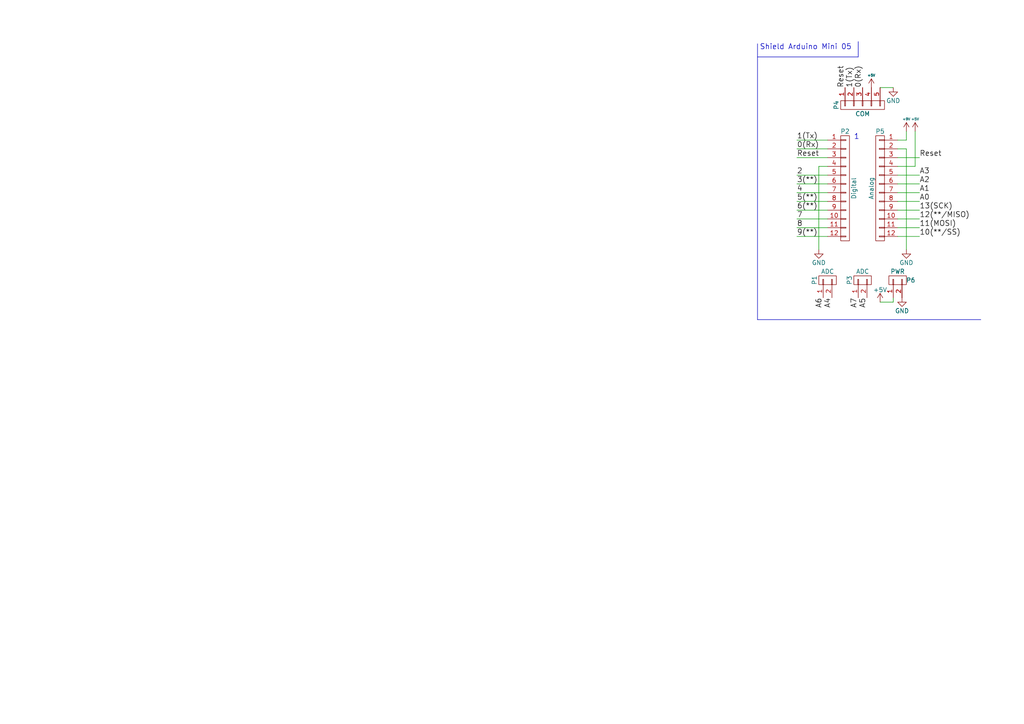
<source format=kicad_sch>
(kicad_sch (version 20230121) (generator eeschema)
  (paper "A4")
  (title_block (date "sam. 04 avril 2015"))
  (lib_symbols
    (symbol "Arduino_Mini-rescue:+5V" (power) (pin_names (offset 0))
      (property "Value" "+5V" (at 0 3.556 0))
      (symbol "+5V_0_1"
        (polyline (pts (xy -0.762 1.27) (xy 0 2.54)))
        (polyline (pts (xy 0 0) (xy 0 2.54)))
        (polyline (pts (xy 0 2.54) (xy 0.762 1.27)))
      )
      (symbol "+5V_1_1"
        (pin power_in line (at 0 0 90) (length 0) hide (name "+5V") (number "1"))
      )
    )
    (symbol "Arduino_Mini-rescue:+9V" (power) (pin_names (offset 0))
      (property "Value" "+9V" (at 0 3.556 0))
      (symbol "+9V_0_1"
        (polyline (pts (xy -0.762 1.27) (xy 0 2.54)))
        (polyline (pts (xy 0 0) (xy 0 2.54)))
        (polyline (pts (xy 0 2.54) (xy 0.762 1.27)))
      )
      (symbol "+9V_1_1"
        (pin power_in line (at 0 0 90) (length 0) hide (name "+9V") (number "1"))
      )
    )
    (symbol "Arduino_Mini-rescue:CONN_01X02" (pin_names (offset 1.016) hide)
      (property "Reference" "P" (at 0 3.81 0))
      (property "Value" "CONN_01X02" (at 2.54 0 90))
      (symbol "CONN_01X02_0_1"
        (rectangle (start -1.27 -1.143) (end 0.254 -1.397))
        (rectangle (start -1.27 1.397) (end 0.254 1.143))
        (rectangle (start -1.27 2.54) (end 1.27 -2.54))
      )
      (symbol "CONN_01X02_1_1"
        (pin passive line (at -5.08 1.27 0) (length 3.81) (name "P1") (number "1"))
        (pin passive line (at -5.08 -1.27 0) (length 3.81) (name "P2") (number "2"))
      )
    )
    (symbol "Arduino_Mini-rescue:CONN_01X05" (pin_names (offset 1.016) hide)
      (property "Reference" "P" (at 0 7.62 0))
      (property "Value" "CONN_01X05" (at 2.54 0 90))
      (symbol "CONN_01X05_0_1"
        (rectangle (start -1.27 -4.953) (end 0.254 -5.207))
        (rectangle (start -1.27 -2.413) (end 0.254 -2.667))
        (rectangle (start -1.27 0.127) (end 0.254 -0.127))
        (rectangle (start -1.27 2.667) (end 0.254 2.413))
        (rectangle (start -1.27 5.207) (end 0.254 4.953))
        (rectangle (start -1.27 6.35) (end 1.27 -6.35))
      )
      (symbol "CONN_01X05_1_1"
        (pin passive line (at -5.08 5.08 0) (length 3.81) (name "P1") (number "1"))
        (pin passive line (at -5.08 2.54 0) (length 3.81) (name "P2") (number "2"))
        (pin passive line (at -5.08 0 0) (length 3.81) (name "P3") (number "3"))
        (pin passive line (at -5.08 -2.54 0) (length 3.81) (name "P4") (number "4"))
        (pin passive line (at -5.08 -5.08 0) (length 3.81) (name "P5") (number "5"))
      )
    )
    (symbol "Arduino_Mini-rescue:CONN_01X12" (pin_names (offset 1.016) hide)
      (property "Reference" "P" (at 0 16.51 0))
      (property "Value" "CONN_01X12" (at 2.54 0 90))
      (symbol "CONN_01X12_0_1"
        (rectangle (start -1.27 -15.24) (end 1.27 15.24))
        (rectangle (start -1.27 -13.843) (end 0.254 -14.097))
        (rectangle (start -1.27 -11.303) (end 0.254 -11.557))
        (rectangle (start -1.27 -8.763) (end 0.254 -9.017))
        (rectangle (start -1.27 -6.223) (end 0.254 -6.477))
        (rectangle (start -1.27 -3.683) (end 0.254 -3.937))
        (rectangle (start -1.27 -1.143) (end 0.254 -1.397))
        (rectangle (start -1.27 1.397) (end 0.254 1.143))
        (rectangle (start -1.27 3.937) (end 0.254 3.683))
        (rectangle (start -1.27 6.477) (end 0.254 6.223))
        (rectangle (start -1.27 9.017) (end 0.254 8.763))
        (rectangle (start -1.27 11.557) (end 0.254 11.303))
        (rectangle (start -1.27 14.097) (end 0.254 13.843))
      )
      (symbol "CONN_01X12_1_1"
        (pin passive line (at -5.08 13.97 0) (length 3.81) (name "P1") (number "1"))
        (pin passive line (at -5.08 -8.89 0) (length 3.81) (name "P10") (number "10"))
        (pin passive line (at -5.08 -11.43 0) (length 3.81) (name "P11") (number "11"))
        (pin passive line (at -5.08 -13.97 0) (length 3.81) (name "P12") (number "12"))
        (pin passive line (at -5.08 11.43 0) (length 3.81) (name "P2") (number "2"))
        (pin passive line (at -5.08 8.89 0) (length 3.81) (name "P3") (number "3"))
        (pin passive line (at -5.08 6.35 0) (length 3.81) (name "P4") (number "4"))
        (pin passive line (at -5.08 3.81 0) (length 3.81) (name "P5") (number "5"))
        (pin passive line (at -5.08 1.27 0) (length 3.81) (name "P6") (number "6"))
        (pin passive line (at -5.08 -1.27 0) (length 3.81) (name "P7") (number "7"))
        (pin passive line (at -5.08 -3.81 0) (length 3.81) (name "P8") (number "8"))
        (pin passive line (at -5.08 -6.35 0) (length 3.81) (name "P9") (number "9"))
      )
    )
    (symbol "Arduino_Mini-rescue:GND" (power) (pin_names (offset 0))
      (property "Value" "GND" (at 0 -3.81 0))
      (symbol "GND_0_1"
        (polyline (pts (xy 0 0) (xy 0 -1.27) (xy 1.27 -1.27) (xy 0 -2.54) (xy -1.27 -1.27) (xy 0 -1.27)))
      )
      (symbol "GND_1_1"
        (pin power_in line (at 0 0 270) (length 0) hide (name "GND") (number "1"))
      )
    )
  )
  (wire (pts (xy 260.35 60.96) (xy 266.7 60.96)))
  (wire (pts (xy 240.03 48.26) (xy 237.49 48.26)))
  (polyline (pts (xy 219.71 92.71) (xy 219.71 12.7)))
  (polyline (pts (xy 284.48 92.71) (xy 219.71 92.71)))
  (wire (pts (xy 266.7 58.42) (xy 260.35 58.42)))
  (wire (pts (xy 259.08 86.36) (xy 259.08 87.63)))
  (wire (pts (xy 266.7 55.88) (xy 260.35 55.88)))
  (wire (pts (xy 259.08 87.63) (xy 255.27 87.63)))
  (wire (pts (xy 266.7 53.34) (xy 260.35 53.34)))
  (wire (pts (xy 266.7 63.5) (xy 260.35 63.5)))
  (wire (pts (xy 266.7 45.72) (xy 260.35 45.72)))
  (wire (pts (xy 266.7 66.04) (xy 260.35 66.04)))
  (wire (pts (xy 231.14 55.88) (xy 240.03 55.88)))
  (polyline (pts (xy 248.92 16.51) (xy 248.92 12.065)))
  (wire (pts (xy 231.14 60.96) (xy 240.03 60.96)))
  (wire (pts (xy 262.89 43.18) (xy 262.89 72.39)))
  (wire (pts (xy 240.03 45.72) (xy 231.14 45.72)))
  (wire (pts (xy 262.89 40.64) (xy 262.89 38.1)))
  (wire (pts (xy 260.35 43.18) (xy 262.89 43.18)))
  (wire (pts (xy 240.03 68.58) (xy 231.14 68.58)))
  (wire (pts (xy 255.27 25.4) (xy 259.08 25.4)))
  (wire (pts (xy 240.03 58.42) (xy 231.14 58.42)))
  (wire (pts (xy 260.35 50.8) (xy 266.7 50.8)))
  (wire (pts (xy 240.03 40.64) (xy 231.14 40.64)))
  (wire (pts (xy 260.35 48.26) (xy 265.43 48.26)))
  (wire (pts (xy 240.03 63.5) (xy 231.14 63.5)))
  (wire (pts (xy 240.03 53.34) (xy 231.14 53.34)))
  (wire (pts (xy 266.7 68.58) (xy 260.35 68.58)))
  (wire (pts (xy 237.49 48.26) (xy 237.49 72.39)))
  (wire (pts (xy 231.14 66.04) (xy 240.03 66.04)))
  (wire (pts (xy 260.35 40.64) (xy 262.89 40.64)))
  (wire (pts (xy 231.14 43.18) (xy 240.03 43.18)))
  (polyline (pts (xy 219.71 16.51) (xy 248.92 16.51)))
  (wire (pts (xy 265.43 48.26) (xy 265.43 38.1)))
  (wire (pts (xy 231.14 50.8) (xy 240.03 50.8)))
  (text "Shield Arduino Mini 05" (at 220.345 14.605 0) (effects (font (size 1.524 1.524)) (justify left bottom)))
  (text "1" (at 247.65 40.64 0) (effects (font (size 1.524 1.524)) (justify left bottom)))
  (label "1(Tx)" (at 231.14 40.64 0) (effects (font (size 1.524 1.524))))
  (label "6(**)" (at 231.14 60.96 0) (effects (font (size 1.524 1.524))))
  (label "5(**)" (at 231.14 58.42 0) (effects (font (size 1.524 1.524))))
  (label "11(MOSI)" (at 266.7 66.04 0) (effects (font (size 1.524 1.524))))
  (label "8" (at 231.14 66.04 0) (effects (font (size 1.524 1.524))))
  (label "Reset" (at 245.11 25.4 90) (effects (font (size 1.524 1.524))))
  (label "A6" (at 238.76 86.36 270) (effects (font (size 1.524 1.524))))
  (label "2" (at 231.14 50.8 0) (effects (font (size 1.524 1.524))))
  (label "3(**)" (at 231.14 53.34 0) (effects (font (size 1.524 1.524))))
  (label "13(SCK)" (at 266.7 60.96 0) (effects (font (size 1.524 1.524))))
  (label "A2" (at 266.7 53.34 0) (effects (font (size 1.524 1.524))))
  (label "12(**/MISO)" (at 266.7 63.5 0) (effects (font (size 1.524 1.524))))
  (label "Reset" (at 231.14 45.72 0) (effects (font (size 1.524 1.524))))
  (label "0(Rx)" (at 250.19 25.4 90) (effects (font (size 1.524 1.524))))
  (label "0(Rx)" (at 231.14 43.18 0) (effects (font (size 1.524 1.524))))
  (label "9(**)" (at 231.14 68.58 0) (effects (font (size 1.524 1.524))))
  (label "Reset" (at 266.7 45.72 0) (effects (font (size 1.524 1.524))))
  (label "A1" (at 266.7 55.88 0) (effects (font (size 1.524 1.524))))
  (label "A4" (at 241.3 86.36 270) (effects (font (size 1.524 1.524))))
  (label "A0" (at 266.7 58.42 0) (effects (font (size 1.524 1.524))))
  (label "A7" (at 248.92 86.36 270) (effects (font (size 1.524 1.524))))
  (label "7" (at 231.14 63.5 0) (effects (font (size 1.524 1.524))))
  (label "A3" (at 266.7 50.8 0) (effects (font (size 1.524 1.524))))
  (label "4" (at 231.14 55.88 0) (effects (font (size 1.524 1.524))))
  (label "1(Tx)" (at 247.65 25.4 90) (effects (font (size 1.524 1.524))))
  (label "A5" (at 251.46 86.36 270) (effects (font (size 1.524 1.524))))
  (label "10(**/SS)" (at 266.7 68.58 0) (effects (font (size 1.524 1.524))))
  (symbol (lib_id "Arduino_Mini-rescue:CONN_01X02") (at 240.03 81.28 90) (unit 1)
    (property "Reference" "P1" (at 236.22 81.28 0))
    (property "Value" "ADC" (at 240.03 78.74 90))
    (property "Footprint" "Socket_Arduino_Mini:Socket_Strip_Arduino_1x02" (effects hide))
  )
  (symbol (lib_id "Arduino_Mini-rescue:CONN_01X02") (at 250.19 81.28 90) (unit 1)
    (property "Reference" "P3" (at 246.38 81.28 0))
    (property "Value" "ADC" (at 250.19 78.74 90))
    (property "Footprint" "Socket_Arduino_Mini:Socket_Strip_Arduino_1x02" (effects hide))
  )
  (symbol (lib_id "Arduino_Mini-rescue:CONN_01X02") (at 260.35 81.28 90) (unit 1)
    (property "Reference" "P6" (at 264.16 81.28 90))
    (property "Value" "PWR" (at 260.35 78.74 90))
    (property "Footprint" "Socket_Arduino_Mini:Socket_Strip_Arduino_1x02" (effects hide))
  )
  (symbol (lib_id "Arduino_Mini-rescue:GND") (at 261.62 86.36 0) (unit 1)
    (property "Reference" "#PWR01" (effects hide))
    (property "Value" "GND" (at 261.62 90.17 0))
  )
  (symbol (lib_id "Arduino_Mini-rescue:+5V") (at 255.27 87.63 0) (unit 1)
    (property "Reference" "#PWR02" (effects hide))
    (property "Value" "+5V" (at 255.27 84.074 0))
  )
  (symbol (lib_id "Arduino_Mini-rescue:GND") (at 262.89 72.39 0) (unit 1)
    (property "Reference" "#PWR03" (effects hide))
    (property "Value" "GND" (at 262.89 76.2 0))
  )
  (symbol (lib_id "Arduino_Mini-rescue:CONN_01X12") (at 245.11 54.61 0) (unit 1)
    (property "Reference" "P2" (at 245.11 38.1 0))
    (property "Value" "Digital" (at 247.65 54.61 90))
    (property "Footprint" "Socket_Arduino_Mini:Socket_Strip_Arduino_1x12" (effects hide))
  )
  (symbol (lib_id "Arduino_Mini-rescue:CONN_01X12") (at 255.27 54.61 0) (mirror y) (unit 1)
    (property "Reference" "P5" (at 255.27 38.1 0))
    (property "Value" "Analog" (at 252.73 54.61 90))
    (property "Footprint" "Socket_Arduino_Mini:Socket_Strip_Arduino_1x12" (effects hide))
  )
  (symbol (lib_id "Arduino_Mini-rescue:GND") (at 237.49 72.39 0) (unit 1)
    (property "Reference" "#PWR04" (effects hide))
    (property "Value" "GND" (at 237.49 76.2 0))
  )
  (symbol (lib_id "Arduino_Mini-rescue:+9V") (at 262.89 38.1 0) (unit 1)
    (property "Reference" "#PWR05" (effects hide))
    (property "Value" "+9V" (at 262.89 34.544 0) (effects (font (size 0.7112 0.7112))))
  )
  (symbol (lib_id "Arduino_Mini-rescue:+5V") (at 265.43 38.1 0) (unit 1)
    (property "Reference" "#PWR06" (effects hide))
    (property "Value" "+5V" (at 265.43 34.544 0) (effects (font (size 0.7112 0.7112))))
  )
  (symbol (lib_id "Arduino_Mini-rescue:CONN_01X05") (at 250.19 30.48 90) (mirror x) (unit 1)
    (property "Reference" "P4" (at 242.57 30.48 0))
    (property "Value" "COM" (at 250.19 33.02 90))
    (property "Footprint" "Socket_Arduino_Mini:Socket_Strip_Arduino_1x05" (effects hide))
  )
  (symbol (lib_id "Arduino_Mini-rescue:+5V") (at 252.73 25.4 0) (unit 1)
    (property "Reference" "#PWR07" (effects hide))
    (property "Value" "+5V" (at 252.73 21.844 0) (effects (font (size 0.7112 0.7112))))
  )
  (symbol (lib_id "Arduino_Mini-rescue:GND") (at 259.08 25.4 0) (unit 1)
    (property "Reference" "#PWR08" (effects hide))
    (property "Value" "GND" (at 259.08 29.21 0))
  )
)
</source>
